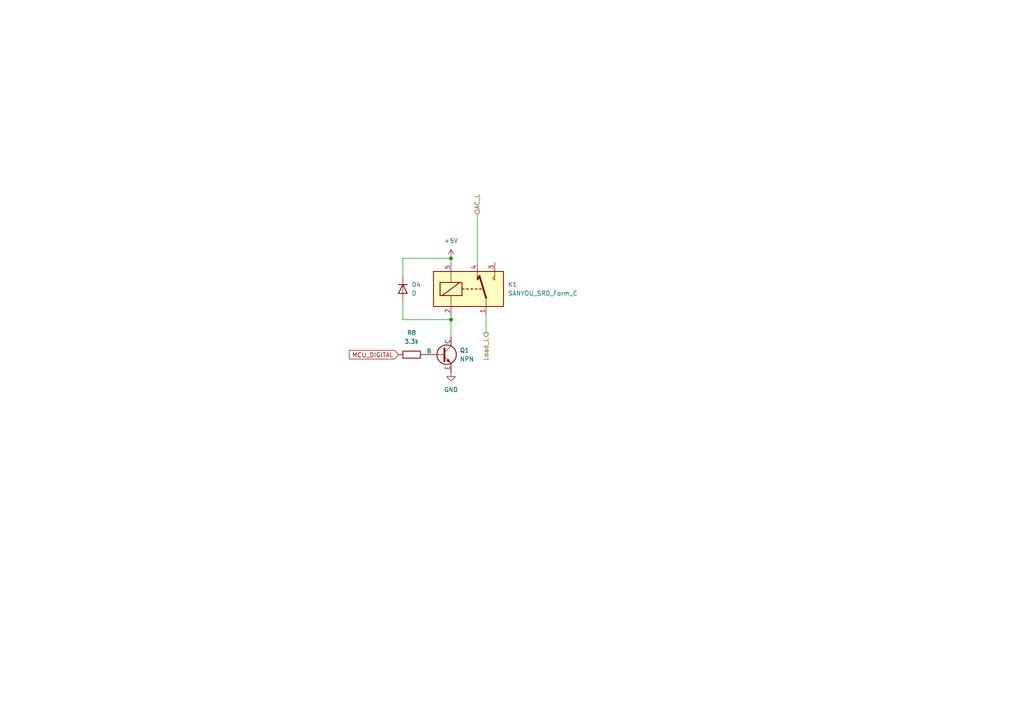
<source format=kicad_sch>
(kicad_sch (version 20231120) (generator "eeschema") (generator_version "8.0")
  (paper "A4")
  (title_block (title "Switching Ckt") (date "2024-12-19") (rev "1"))
  (lib_symbols
    (symbol "Device:D" (pin_numbers hide) (pin_names (offset 1.016) hide)
      (property "Reference" "D" (at 0 2.54 0))
      (property "Value" "D" (at 0 -2.54 0))
      (symbol "D_0_1"
        (polyline (pts (xy -1.27 1.27) (xy -1.27 -1.27)) (stroke (width 0.254)))
        (polyline (pts (xy 1.27 0) (xy -1.27 0)))
        (polyline (pts (xy 1.27 1.27) (xy 1.27 -1.27) (xy -1.27 0) (xy 1.27 1.27)) (stroke (width 0.254)))
      )
      (symbol "D_1_1"
        (pin passive line (at -3.81 0 0) (length 2.54) (name "K") (number "1"))
        (pin passive line (at 3.81 0 180) (length 2.54) (name "A") (number "2"))
      )
    )
    (symbol "Device:R" (pin_numbers hide) (pin_names (offset 0))
      (property "Reference" "R" (at 2.032 0 90))
      (property "Value" "R" (at 0 0 90))
      (symbol "R_0_1"
        (rectangle (start -1.016 -2.54) (end 1.016 2.54) (stroke (width 0.254)))
      )
      (symbol "R_1_1"
        (pin passive line (at 0 3.81 270) (length 1.27) (name "~") (number "1"))
        (pin passive line (at 0 -3.81 90) (length 1.27) (name "~") (number "2"))
      )
    )
    (symbol "Relay:SANYOU_SRD_Form_C"
      (property "Reference" "K" (at 11.43 3.81 0))
      (property "Value" "SANYOU_SRD_Form_C" (at 11.43 1.27 0))
      (symbol "SANYOU_SRD_Form_C_0_0"
        (polyline (pts (xy 7.62 5.08) (xy 7.62 2.54) (xy 6.985 3.175) (xy 7.62 3.81)))
      )
      (symbol "SANYOU_SRD_Form_C_0_1"
        (rectangle (start -10.16 5.08) (end 10.16 -5.08) (stroke (width 0.254)) (fill (type background)))
        (rectangle (start -8.255 1.905) (end -1.905 -1.905) (stroke (width 0.254)))
        (polyline (pts (xy -7.62 -1.905) (xy -2.54 1.905)) (stroke (width 0.254)))
        (polyline (pts (xy -5.08 -5.08) (xy -5.08 -1.905)))
        (polyline (pts (xy -5.08 5.08) (xy -5.08 1.905)))
        (polyline (pts (xy -1.905 0) (xy -1.27 0)) (stroke (width 0.254)))
        (polyline (pts (xy -0.635 0) (xy 0 0)) (stroke (width 0.254)))
        (polyline (pts (xy 0.635 0) (xy 1.27 0)) (stroke (width 0.254)))
        (polyline (pts (xy 1.905 0) (xy 2.54 0)) (stroke (width 0.254)))
        (polyline (pts (xy 3.175 0) (xy 3.81 0)) (stroke (width 0.254)))
        (polyline (pts (xy 5.08 -2.54) (xy 3.175 3.81)) (stroke (width 0.508)))
        (polyline (pts (xy 5.08 -2.54) (xy 5.08 -5.08)))
      )
      (symbol "SANYOU_SRD_Form_C_1_1"
        (polyline (pts (xy 2.54 3.81) (xy 3.175 3.175) (xy 2.54 2.54) (xy 2.54 5.08)) (fill (type outline)))
        (pin passive line (at 5.08 -7.62 90) (length 2.54) (name "~") (number "1"))
        (pin passive line (at -5.08 -7.62 90) (length 2.54) (name "~") (number "2"))
        (pin passive line (at 7.62 7.62 270) (length 2.54) (name "~") (number "3"))
        (pin passive line (at 2.54 7.62 270) (length 2.54) (name "~") (number "4"))
        (pin passive line (at -5.08 7.62 270) (length 2.54) (name "~") (number "5"))
      )
    )
    (symbol "Simulation_SPICE:NPN" (pin_numbers hide) (pin_names (offset 0))
      (property "Reference" "Q" (at -2.54 7.62 0))
      (property "Value" "NPN" (at -2.54 5.08 0))
      (symbol "NPN_0_1"
        (polyline (pts (xy -2.54 0) (xy 0.635 0)) (stroke (width 0.1524)))
        (polyline (pts (xy 0.635 0.635) (xy 2.54 2.54)))
        (polyline (pts (xy 2.794 -1.27) (xy 2.794 -1.27)) (stroke (width 0.1524)))
        (polyline (pts (xy 2.794 -1.27) (xy 2.794 -1.27)) (stroke (width 0.1524)))
        (polyline (pts (xy 0.635 -0.635) (xy 2.54 -2.54) (xy 2.54 -2.54)))
        (polyline (pts (xy 0.635 1.905) (xy 0.635 -1.905) (xy 0.635 -1.905)) (stroke (width 0.508)))
        (polyline (pts (xy 1.27 -1.778) (xy 1.778 -1.27) (xy 2.286 -2.286) (xy 1.27 -1.778) (xy 1.27 -1.778)) (fill (type outline)))
        (circle (center 1.27 0) (radius 2.8194) (stroke (width 0.254)))
      )
      (symbol "NPN_1_1"
        (pin open_collector line (at 2.54 5.08 270) (length 2.54) (name "C") (number "1"))
        (pin input line (at -5.08 0 0) (length 2.54) (name "B") (number "2"))
        (pin open_emitter line (at 2.54 -5.08 90) (length 2.54) (name "E") (number "3"))
      )
    )
    (symbol "power:+5V" (power) (pin_numbers hide) (pin_names (offset 0) hide)
      (property "Value" "+5V" (at 0 3.556 0))
      (symbol "+5V_0_1"
        (polyline (pts (xy -0.762 1.27) (xy 0 2.54)))
        (polyline (pts (xy 0 0) (xy 0 2.54)))
        (polyline (pts (xy 0 2.54) (xy 0.762 1.27)))
      )
      (symbol "+5V_1_1"
        (pin power_in line (at 0 0 90) (length 0) (name "~") (number "1"))
      )
    )
    (symbol "power:GND" (power) (pin_numbers hide) (pin_names (offset 0) hide)
      (property "Value" "GND" (at 0 -3.81 0))
      (symbol "GND_0_1"
        (polyline (pts (xy 0 0) (xy 0 -1.27) (xy 1.27 -1.27) (xy 0 -2.54) (xy -1.27 -1.27) (xy 0 -1.27)))
      )
      (symbol "GND_1_1"
        (pin power_in line (at 0 0 270) (length 0) (name "~") (number "1"))
      )
    )
  )
  (junction (at 130.81 74.93))
  (junction (at 130.81 92.71))
  (wire (pts (xy 138.43 62.23) (xy 138.43 76.2)))
  (wire (pts (xy 140.97 91.44) (xy 140.97 96.52)))
  (wire (pts (xy 130.81 92.71) (xy 130.81 97.79)))
  (wire (pts (xy 116.84 87.63) (xy 116.84 92.71)))
  (wire (pts (xy 116.84 74.93) (xy 116.84 80.01)))
  (wire (pts (xy 116.84 74.93) (xy 130.81 74.93)))
  (wire (pts (xy 116.84 92.71) (xy 130.81 92.71)))
  (wire (pts (xy 130.81 74.93) (xy 130.81 76.2)))
  (wire (pts (xy 130.81 91.44) (xy 130.81 92.71)))
  (global_label "MCU_DIGITAL" (shape input) (at 115.57 102.87 180) (property "Intersheetrefs" "${INTERSHEET_REFS}" (effects (hide yes))))
  (hierarchical_label "Load_L" (shape output) (at 140.97 96.52 270))
  (hierarchical_label "AC_L" (shape input) (at 138.43 62.23 90))
  (symbol (lib_id "Simulation_SPICE:NPN") (at 128.27 102.87 0) (unit 1)
    (property "Reference" "Q1" (at 133.35 101.5999 0) (effects (justify left)))
    (property "Value" "NPN" (at 133.35 104.1399 0) (effects (justify left)))
    (property "Datasheet" "https://ngspice.sourceforge.io/docs/ngspice-html-manual/manual.xhtml#cha_BJTs" (effects (hide yes)))
    (property "Description" "Bipolar transistor symbol for simulation only, substrate tied to the emitter" (effects (hide yes)))
    (property "Sim.Device" "NPN" (effects (hide yes)))
    (property "Sim.Type" "GUMMELPOON" (effects (hide yes)))
    (property "Sim.Pins" "1=C 2=B 3=E" (effects (hide yes)))
  )
  (symbol (lib_id "Relay:SANYOU_SRD_Form_C") (at 135.89 83.82 0) (unit 1)
    (property "Reference" "K1" (at 147.32 82.5499 0) (effects (justify left)))
    (property "Value" "SANYOU_SRD_Form_C" (at 147.32 85.0899 0) (effects (justify left)))
    (property "Footprint" "Relay_THT:Relay_SPDT_SANYOU_SRD_Series_Form_C" (effects (hide yes)))
    (property "Datasheet" "https://www.azettler.com/pdfs/az943.pdf" (effects (hide yes)))
    (property "Description" "Sanyo SRD relay, Single Pole Miniature Power Relay," (effects (hide yes)))
  )
  (symbol (lib_id "power:+5V") (at 130.81 74.93 0) (unit 1)
    (property "Reference" "#PWR010" (effects (hide yes)))
    (property "Value" "+5V" (at 130.81 69.85 0))
    (property "Description" "Power symbol creates a global label with name \"+5V\"" (effects (hide yes)))
  )
  (symbol (lib_id "Device:R") (at 119.38 102.87 90) (unit 1)
    (property "Reference" "R8" (at 119.38 96.52 90))
    (property "Value" "3.3k" (at 119.38 99.06 90))
    (property "Description" "Resistor" (effects (hide yes)))
  )
  (symbol (lib_id "Device:D") (at 116.84 83.82 270) (unit 1)
    (property "Reference" "D4" (at 119.38 82.5499 90) (effects (justify left)))
    (property "Value" "D" (at 119.38 85.0899 90) (effects (justify left)))
    (property "Description" "Diode" (effects (hide yes)))
    (property "Sim.Device" "D" (effects (hide yes)))
    (property "Sim.Pins" "1=K 2=A" (effects (hide yes)))
  )
  (symbol (lib_id "power:GND") (at 130.81 107.95 0) (unit 1)
    (property "Reference" "#PWR09" (effects (hide yes)))
    (property "Value" "GND" (at 130.81 113.03 0))
    (property "Description" "Power symbol creates a global label with name \"GND\" , ground" (effects (hide yes)))
  )
)
</source>
